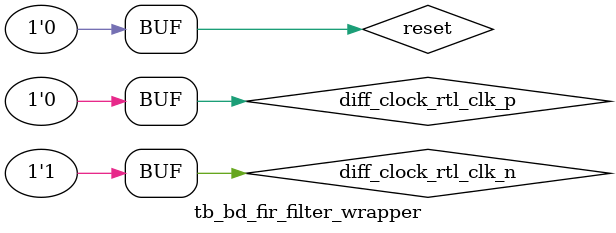
<source format=v>
`timescale 1ns / 1ps

module tb_bd_fir_filter_wrapper();

  localparam CLK_PERIOD = 10;

  reg diff_clock_rtl_clk_n;
  reg diff_clock_rtl_clk_p;
  reg reset;
  
  always begin
    diff_clock_rtl_clk_p = 1; diff_clock_rtl_clk_n = 0; #(CLK_PERIOD / 2);
    diff_clock_rtl_clk_p = 0; diff_clock_rtl_clk_n = 1; #(CLK_PERIOD / 2);
  end
  
  always begin
    reset = 1;
    #(CLK_PERIOD * 4);
    reset = 0;
    #1000000000;
  end
  
//  bd_fir_filter_design_wrapper bd_fir_filter_design_wrapper_dut(
//    .diff_clock_rtl_clk_p (diff_clock_rtl_clk_p),
//    .diff_clock_rtl_clk_n (diff_clock_rtl_clk_n),
//    .reset                (reset)
//  );

  bd_fir_testing_wrapper bd_fir_testing_wrapper_dut(
    .diff_clock_rtl_clk_p (diff_clock_rtl_clk_p),
    .diff_clock_rtl_clk_n (diff_clock_rtl_clk_n),
    .reset                (reset)
  );

endmodule

</source>
